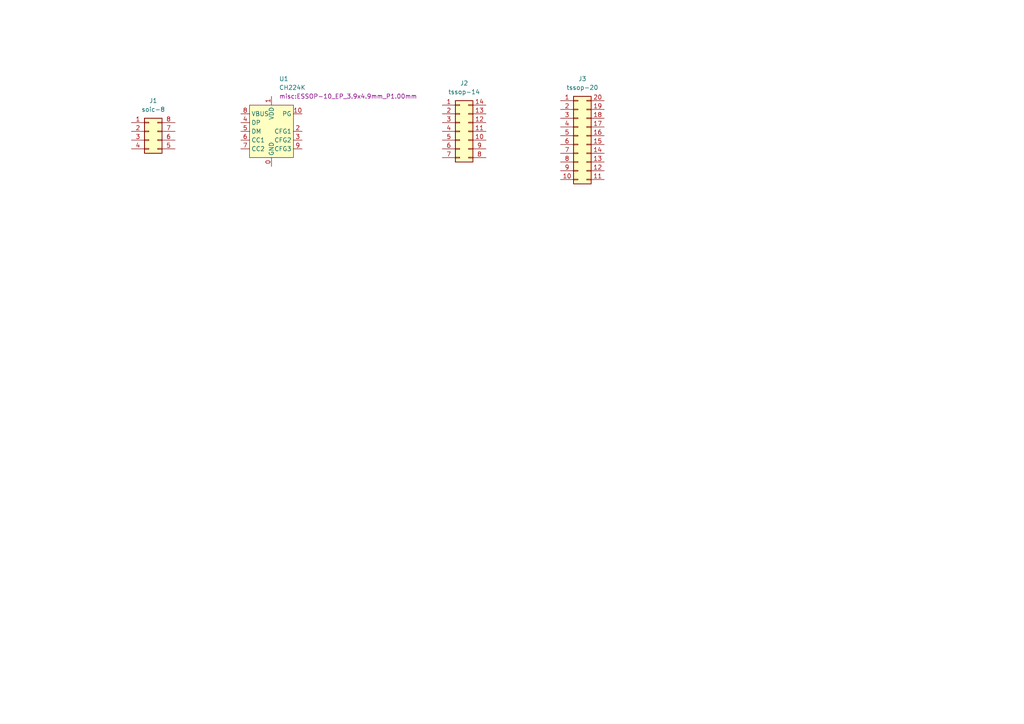
<source format=kicad_sch>
(kicad_sch (version 20231120) (generator "eeschema") (generator_version "8.0")
  (paper "A4")
  (lib_symbols
    (symbol "Connector_Generic:Conn_02x04_Counter_Clockwise" (pin_names (offset 1.016) hide)
      (property "Reference" "J" (at 1.27 5.08 0))
      (property "Value" "Conn_02x04_Counter_Clockwise" (at 1.27 -7.62 0))
      (symbol "Conn_02x04_Counter_Clockwise_1_1"
        (rectangle (start -1.27 -4.953) (end 0 -5.207) (stroke (width 0.1524)))
        (rectangle (start -1.27 -2.413) (end 0 -2.667) (stroke (width 0.1524)))
        (rectangle (start -1.27 0.127) (end 0 -0.127) (stroke (width 0.1524)))
        (rectangle (start -1.27 2.667) (end 0 2.413) (stroke (width 0.1524)))
        (rectangle (start -1.27 3.81) (end 3.81 -6.35) (stroke (width 0.254)) (fill (type background)))
        (rectangle (start 3.81 -4.953) (end 2.54 -5.207) (stroke (width 0.1524)))
        (rectangle (start 3.81 -2.413) (end 2.54 -2.667) (stroke (width 0.1524)))
        (rectangle (start 3.81 0.127) (end 2.54 -0.127) (stroke (width 0.1524)))
        (rectangle (start 3.81 2.667) (end 2.54 2.413) (stroke (width 0.1524)))
        (pin passive line (at -5.08 2.54 0) (length 3.81) (name "Pin_1") (number "1"))
        (pin passive line (at -5.08 0 0) (length 3.81) (name "Pin_2") (number "2"))
        (pin passive line (at -5.08 -2.54 0) (length 3.81) (name "Pin_3") (number "3"))
        (pin passive line (at -5.08 -5.08 0) (length 3.81) (name "Pin_4") (number "4"))
        (pin passive line (at 7.62 -5.08 180) (length 3.81) (name "Pin_5") (number "5"))
        (pin passive line (at 7.62 -2.54 180) (length 3.81) (name "Pin_6") (number "6"))
        (pin passive line (at 7.62 0 180) (length 3.81) (name "Pin_7") (number "7"))
        (pin passive line (at 7.62 2.54 180) (length 3.81) (name "Pin_8") (number "8"))
      )
    )
    (symbol "Connector_Generic:Conn_02x07_Counter_Clockwise" (pin_names (offset 1.016) hide)
      (property "Reference" "J" (at 1.27 10.16 0))
      (property "Value" "Conn_02x07_Counter_Clockwise" (at 1.27 -10.16 0))
      (symbol "Conn_02x07_Counter_Clockwise_1_1"
        (rectangle (start -1.27 -7.493) (end 0 -7.747) (stroke (width 0.1524)))
        (rectangle (start -1.27 -4.953) (end 0 -5.207) (stroke (width 0.1524)))
        (rectangle (start -1.27 -2.413) (end 0 -2.667) (stroke (width 0.1524)))
        (rectangle (start -1.27 0.127) (end 0 -0.127) (stroke (width 0.1524)))
        (rectangle (start -1.27 2.667) (end 0 2.413) (stroke (width 0.1524)))
        (rectangle (start -1.27 5.207) (end 0 4.953) (stroke (width 0.1524)))
        (rectangle (start -1.27 7.747) (end 0 7.493) (stroke (width 0.1524)))
        (rectangle (start -1.27 8.89) (end 3.81 -8.89) (stroke (width 0.254)) (fill (type background)))
        (rectangle (start 3.81 -7.493) (end 2.54 -7.747) (stroke (width 0.1524)))
        (rectangle (start 3.81 -4.953) (end 2.54 -5.207) (stroke (width 0.1524)))
        (rectangle (start 3.81 -2.413) (end 2.54 -2.667) (stroke (width 0.1524)))
        (rectangle (start 3.81 0.127) (end 2.54 -0.127) (stroke (width 0.1524)))
        (rectangle (start 3.81 2.667) (end 2.54 2.413) (stroke (width 0.1524)))
        (rectangle (start 3.81 5.207) (end 2.54 4.953) (stroke (width 0.1524)))
        (rectangle (start 3.81 7.747) (end 2.54 7.493) (stroke (width 0.1524)))
        (pin passive line (at -5.08 7.62 0) (length 3.81) (name "Pin_1") (number "1"))
        (pin passive line (at 7.62 -2.54 180) (length 3.81) (name "Pin_10") (number "10"))
        (pin passive line (at 7.62 0 180) (length 3.81) (name "Pin_11") (number "11"))
        (pin passive line (at 7.62 2.54 180) (length 3.81) (name "Pin_12") (number "12"))
        (pin passive line (at 7.62 5.08 180) (length 3.81) (name "Pin_13") (number "13"))
        (pin passive line (at 7.62 7.62 180) (length 3.81) (name "Pin_14") (number "14"))
        (pin passive line (at -5.08 5.08 0) (length 3.81) (name "Pin_2") (number "2"))
        (pin passive line (at -5.08 2.54 0) (length 3.81) (name "Pin_3") (number "3"))
        (pin passive line (at -5.08 0 0) (length 3.81) (name "Pin_4") (number "4"))
        (pin passive line (at -5.08 -2.54 0) (length 3.81) (name "Pin_5") (number "5"))
        (pin passive line (at -5.08 -5.08 0) (length 3.81) (name "Pin_6") (number "6"))
        (pin passive line (at -5.08 -7.62 0) (length 3.81) (name "Pin_7") (number "7"))
        (pin passive line (at 7.62 -7.62 180) (length 3.81) (name "Pin_8") (number "8"))
        (pin passive line (at 7.62 -5.08 180) (length 3.81) (name "Pin_9") (number "9"))
      )
    )
    (symbol "Connector_Generic:Conn_02x10_Counter_Clockwise" (pin_names (offset 1.016) hide)
      (property "Reference" "J" (at 1.27 12.7 0))
      (property "Value" "Conn_02x10_Counter_Clockwise" (at 1.27 -15.24 0))
      (symbol "Conn_02x10_Counter_Clockwise_1_1"
        (rectangle (start -1.27 -12.573) (end 0 -12.827) (stroke (width 0.1524)))
        (rectangle (start -1.27 -10.033) (end 0 -10.287) (stroke (width 0.1524)))
        (rectangle (start -1.27 -7.493) (end 0 -7.747) (stroke (width 0.1524)))
        (rectangle (start -1.27 -4.953) (end 0 -5.207) (stroke (width 0.1524)))
        (rectangle (start -1.27 -2.413) (end 0 -2.667) (stroke (width 0.1524)))
        (rectangle (start -1.27 0.127) (end 0 -0.127) (stroke (width 0.1524)))
        (rectangle (start -1.27 2.667) (end 0 2.413) (stroke (width 0.1524)))
        (rectangle (start -1.27 5.207) (end 0 4.953) (stroke (width 0.1524)))
        (rectangle (start -1.27 7.747) (end 0 7.493) (stroke (width 0.1524)))
        (rectangle (start -1.27 10.287) (end 0 10.033) (stroke (width 0.1524)))
        (rectangle (start -1.27 11.43) (end 3.81 -13.97) (stroke (width 0.254)) (fill (type background)))
        (rectangle (start 3.81 -12.573) (end 2.54 -12.827) (stroke (width 0.1524)))
        (rectangle (start 3.81 -10.033) (end 2.54 -10.287) (stroke (width 0.1524)))
        (rectangle (start 3.81 -7.493) (end 2.54 -7.747) (stroke (width 0.1524)))
        (rectangle (start 3.81 -4.953) (end 2.54 -5.207) (stroke (width 0.1524)))
        (rectangle (start 3.81 -2.413) (end 2.54 -2.667) (stroke (width 0.1524)))
        (rectangle (start 3.81 0.127) (end 2.54 -0.127) (stroke (width 0.1524)))
        (rectangle (start 3.81 2.667) (end 2.54 2.413) (stroke (width 0.1524)))
        (rectangle (start 3.81 5.207) (end 2.54 4.953) (stroke (width 0.1524)))
        (rectangle (start 3.81 7.747) (end 2.54 7.493) (stroke (width 0.1524)))
        (rectangle (start 3.81 10.287) (end 2.54 10.033) (stroke (width 0.1524)))
        (pin passive line (at -5.08 10.16 0) (length 3.81) (name "Pin_1") (number "1"))
        (pin passive line (at -5.08 -12.7 0) (length 3.81) (name "Pin_10") (number "10"))
        (pin passive line (at 7.62 -12.7 180) (length 3.81) (name "Pin_11") (number "11"))
        (pin passive line (at 7.62 -10.16 180) (length 3.81) (name "Pin_12") (number "12"))
        (pin passive line (at 7.62 -7.62 180) (length 3.81) (name "Pin_13") (number "13"))
        (pin passive line (at 7.62 -5.08 180) (length 3.81) (name "Pin_14") (number "14"))
        (pin passive line (at 7.62 -2.54 180) (length 3.81) (name "Pin_15") (number "15"))
        (pin passive line (at 7.62 0 180) (length 3.81) (name "Pin_16") (number "16"))
        (pin passive line (at 7.62 2.54 180) (length 3.81) (name "Pin_17") (number "17"))
        (pin passive line (at 7.62 5.08 180) (length 3.81) (name "Pin_18") (number "18"))
        (pin passive line (at 7.62 7.62 180) (length 3.81) (name "Pin_19") (number "19"))
        (pin passive line (at -5.08 7.62 0) (length 3.81) (name "Pin_2") (number "2"))
        (pin passive line (at 7.62 10.16 180) (length 3.81) (name "Pin_20") (number "20"))
        (pin passive line (at -5.08 5.08 0) (length 3.81) (name "Pin_3") (number "3"))
        (pin passive line (at -5.08 2.54 0) (length 3.81) (name "Pin_4") (number "4"))
        (pin passive line (at -5.08 0 0) (length 3.81) (name "Pin_5") (number "5"))
        (pin passive line (at -5.08 -2.54 0) (length 3.81) (name "Pin_6") (number "6"))
        (pin passive line (at -5.08 -5.08 0) (length 3.81) (name "Pin_7") (number "7"))
        (pin passive line (at -5.08 -7.62 0) (length 3.81) (name "Pin_8") (number "8"))
        (pin passive line (at -5.08 -10.16 0) (length 3.81) (name "Pin_9") (number "9"))
      )
    )
    (symbol "Custom:CH224K"
      (property "Reference" "U" (at 0 0 0))
      (property "Value" "CH224K" (at 0 0 0))
      (property "Footprint" "misc:ESSOP-10_EP_3.9x4.9mm_P1.00mm" (at 0 0 0))
      (symbol "CH224K_1_1"
        (rectangle (start -6.35 7.62) (end 6.35 -7.62) (fill (type background)))
        (pin power_in line (at 0 -10.16 90) (length 2.54) (name "GND") (number "0"))
        (pin power_in line (at 0 10.16 270) (length 2.54) (name "VDD") (number "1"))
        (pin output line (at 8.89 5.08 180) (length 2.54) (name "PG") (number "10"))
        (pin input line (at 8.89 0 180) (length 2.54) (name "CFG1") (number "2"))
        (pin input line (at 8.89 -2.54 180) (length 2.54) (name "CFG2") (number "3"))
        (pin bidirectional line (at -8.89 2.54 0) (length 2.54) (name "DP") (number "4"))
        (pin bidirectional line (at -8.89 0 0) (length 2.54) (name "DM") (number "5"))
        (pin bidirectional line (at -8.89 -2.54 0) (length 2.54) (name "CC1") (number "6"))
        (pin bidirectional line (at -8.89 -5.08 0) (length 2.54) (name "CC2") (number "7"))
        (pin input line (at -8.89 5.08 0) (length 2.54) (name "VBUS") (number "8"))
        (pin input line (at 8.89 -5.08 180) (length 2.54) (name "CFG3") (number "9"))
      )
    )
  )
  (symbol (lib_id "Custom:CH224K") (at 78.74 38.1 0) (unit 1)
    (property "Reference" "U1" (at 80.9341 22.86 0) (effects (justify left)))
    (property "Value" "CH224K" (at 80.9341 25.4 0) (effects (justify left)))
    (property "Footprint" "misc:ESSOP-10_EP_3.9x4.9mm_P1.00mm" (at 80.9341 27.94 0) (effects (justify left)))
    (property "Description" "Chinese USB power delivery ic" (effects (hide yes)))
  )
  (symbol (lib_id "Connector_Generic:Conn_02x10_Counter_Clockwise") (at 167.64 39.37 0) (unit 1)
    (property "Reference" "J3" (at 168.91 22.86 0))
    (property "Value" "tssop-20" (at 168.91 25.4 0))
    (property "Footprint" "Package_SO:TSSOP-20_4.4x6.5mm_P0.65mm" (effects (hide yes)))
    (property "Description" "Generic connector, double row, 02x10, counter clockwise pin numbering scheme (similar to DIP package numbering), script generated (kicad-library-utils/schlib/autogen/connector/)" (effects (hide yes)))
  )
  (symbol (lib_id "Connector_Generic:Conn_02x07_Counter_Clockwise") (at 133.35 38.1 0) (unit 1)
    (property "Reference" "J2" (at 134.62 24.13 0))
    (property "Value" "tssop-14" (at 134.62 26.67 0))
    (property "Footprint" "Package_SO:TSSOP-14_4.4x5mm_P0.65mm" (effects (hide yes)))
    (property "Description" "Generic connector, double row, 02x07, counter clockwise pin numbering scheme (similar to DIP package numbering), script generated (kicad-library-utils/schlib/autogen/connector/)" (effects (hide yes)))
  )
  (symbol (lib_id "Connector_Generic:Conn_02x04_Counter_Clockwise") (at 43.18 38.1 0) (unit 1)
    (property "Reference" "J1" (at 44.45 29.21 0))
    (property "Value" "soic-8" (at 44.45 31.75 0))
    (property "Footprint" "Package_SO:SOIC-8_3.9x4.9mm_P1.27mm" (effects (hide yes)))
    (property "Description" "Generic connector, double row, 02x04, counter clockwise pin numbering scheme (similar to DIP package numbering), script generated (kicad-library-utils/schlib/autogen/connector/)" (effects (hide yes)))
  )
)
</source>
